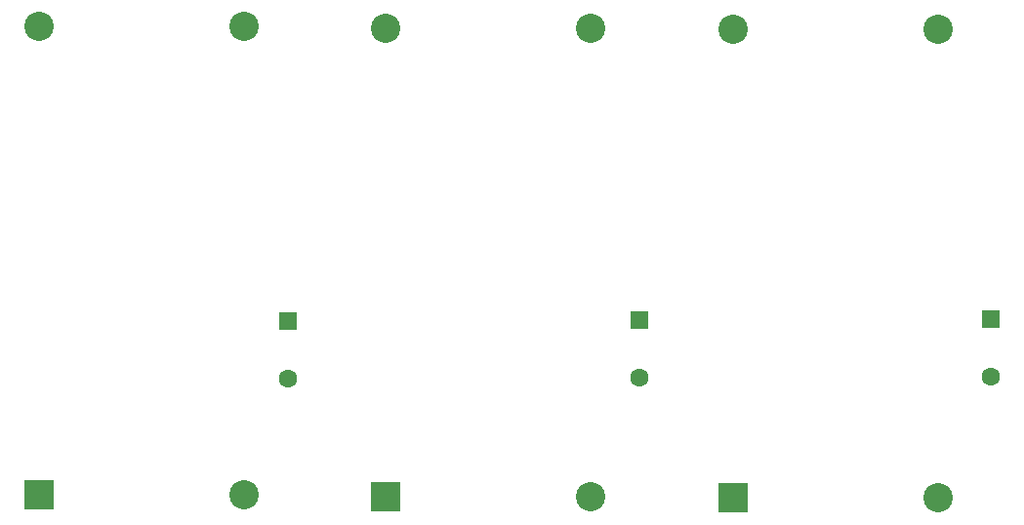
<source format=gbr>
%TF.GenerationSoftware,KiCad,Pcbnew,7.0.7*%
%TF.CreationDate,2023-09-27T10:11:38+07:00*%
%TF.ProjectId,power_module,706f7765-725f-46d6-9f64-756c652e6b69,rev?*%
%TF.SameCoordinates,Original*%
%TF.FileFunction,Copper,L1,Top*%
%TF.FilePolarity,Positive*%
%FSLAX46Y46*%
G04 Gerber Fmt 4.6, Leading zero omitted, Abs format (unit mm)*
G04 Created by KiCad (PCBNEW 7.0.7) date 2023-09-27 10:11:38*
%MOMM*%
%LPD*%
G01*
G04 APERTURE LIST*
%TA.AperFunction,ComponentPad*%
%ADD10R,1.600000X1.600000*%
%TD*%
%TA.AperFunction,ComponentPad*%
%ADD11C,1.600000*%
%TD*%
%TA.AperFunction,ComponentPad*%
%ADD12C,2.540000*%
%TD*%
%TA.AperFunction,ComponentPad*%
%ADD13R,2.540000X2.540000*%
%TD*%
G04 APERTURE END LIST*
D10*
%TO.P,C3,1*%
%TO.N,+3*%
X110490000Y-75010000D03*
D11*
%TO.P,C3,2*%
%TO.N,GND*%
X110490000Y-80010000D03*
%TD*%
D10*
%TO.P,C2,1*%
%TO.N,+5*%
X140970000Y-74930000D03*
D11*
%TO.P,C2,2*%
%TO.N,GND*%
X140970000Y-79930000D03*
%TD*%
D10*
%TO.P,C1,1*%
%TO.N,+12*%
X80010000Y-75067349D03*
D11*
%TO.P,C1,2*%
%TO.N,GND*%
X80010000Y-80067349D03*
%TD*%
D12*
%TO.P,U3,4,Vout*%
%TO.N,+3*%
X88519000Y-49657000D03*
%TO.P,U3,3,GND*%
%TO.N,GND*%
X106299000Y-49657000D03*
%TO.P,U3,2,GND*%
X106299000Y-90297000D03*
D13*
%TO.P,U3,1,Vin*%
%TO.N,+24*%
X88519000Y-90297000D03*
%TD*%
D12*
%TO.P,U2,4,Vout*%
%TO.N,+5*%
X118618000Y-49784000D03*
%TO.P,U2,3,GND*%
%TO.N,GND*%
X136398000Y-49784000D03*
%TO.P,U2,2,GND*%
X136398000Y-90424000D03*
D13*
%TO.P,U2,1,Vin*%
%TO.N,+24*%
X118618000Y-90424000D03*
%TD*%
%TO.P,U1,1,Vin*%
%TO.N,+24*%
X58420000Y-90170000D03*
D12*
%TO.P,U1,2,GND*%
%TO.N,GND*%
X76200000Y-90170000D03*
%TO.P,U1,3,GND*%
X76200000Y-49530000D03*
%TO.P,U1,4,Vout*%
%TO.N,+12*%
X58420000Y-49530000D03*
%TD*%
M02*

</source>
